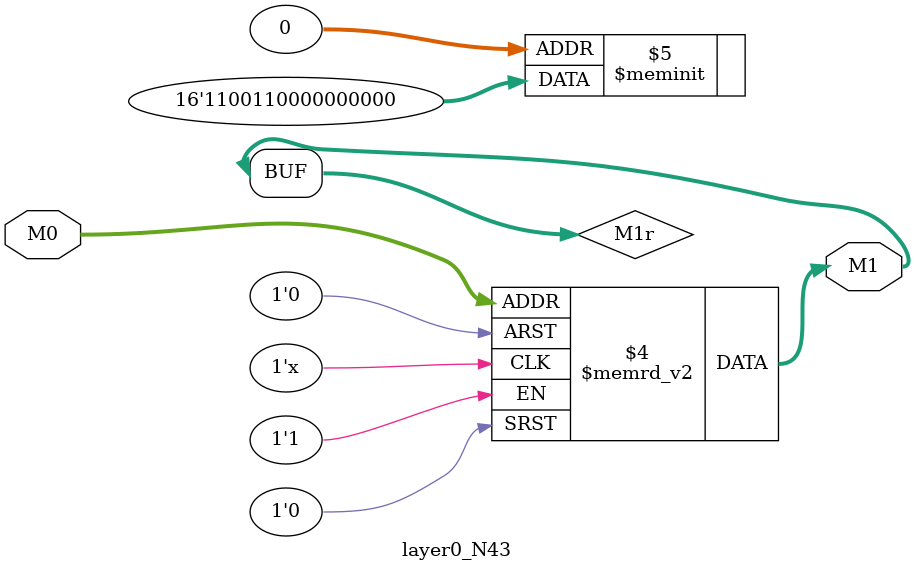
<source format=v>
module layer0_N43 ( input [2:0] M0, output [1:0] M1 );

	(*rom_style = "distributed" *) reg [1:0] M1r;
	assign M1 = M1r;
	always @ (M0) begin
		case (M0)
			3'b000: M1r = 2'b00;
			3'b100: M1r = 2'b00;
			3'b010: M1r = 2'b00;
			3'b110: M1r = 2'b00;
			3'b001: M1r = 2'b00;
			3'b101: M1r = 2'b11;
			3'b011: M1r = 2'b00;
			3'b111: M1r = 2'b11;

		endcase
	end
endmodule

</source>
